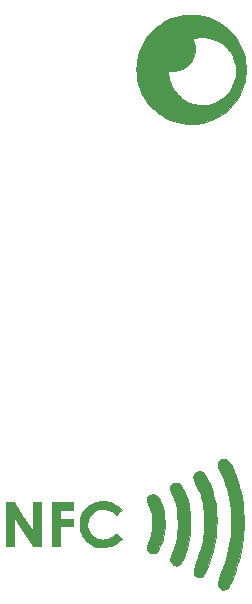
<source format=gto>
G04 #@! TF.FileFunction,Legend,Top*
%FSLAX46Y46*%
G04 Gerber Fmt 4.6, Leading zero omitted, Abs format (unit mm)*
G04 Created by KiCad (PCBNEW 4.0.1-stable) date 2016 January 26, Tuesday 13:40:38*
%MOMM*%
G01*
G04 APERTURE LIST*
%ADD10C,0.100000*%
%ADD11C,0.010000*%
G04 APERTURE END LIST*
D10*
D11*
G36*
X185438978Y-110306429D02*
X185546982Y-110357430D01*
X185633674Y-110427370D01*
X185701323Y-110507719D01*
X185775649Y-110618207D01*
X185855444Y-110756014D01*
X185939500Y-110918321D01*
X186026612Y-111102306D01*
X186115570Y-111305151D01*
X186205168Y-111524034D01*
X186294198Y-111756135D01*
X186381453Y-111998635D01*
X186465725Y-112248714D01*
X186545808Y-112503550D01*
X186597143Y-112677730D01*
X186711897Y-113125945D01*
X186805884Y-113597720D01*
X186879287Y-114094158D01*
X186932286Y-114616360D01*
X186945607Y-114798727D01*
X186951431Y-114911685D01*
X186956040Y-115051900D01*
X186959431Y-115212910D01*
X186961603Y-115388252D01*
X186962554Y-115571465D01*
X186962281Y-115756084D01*
X186960783Y-115935649D01*
X186958058Y-116103696D01*
X186954103Y-116253762D01*
X186948916Y-116379386D01*
X186946127Y-116427018D01*
X186894181Y-117022063D01*
X186818235Y-117595621D01*
X186717886Y-118150532D01*
X186667131Y-118384123D01*
X186617411Y-118590197D01*
X186560498Y-118805912D01*
X186497450Y-119028420D01*
X186429327Y-119254872D01*
X186357188Y-119482419D01*
X186282091Y-119708212D01*
X186205095Y-119929403D01*
X186127259Y-120143143D01*
X186049641Y-120346583D01*
X185973302Y-120536875D01*
X185899299Y-120711170D01*
X185828692Y-120866619D01*
X185762540Y-121000374D01*
X185701900Y-121109585D01*
X185647833Y-121191405D01*
X185605947Y-121239016D01*
X185517522Y-121296858D01*
X185404773Y-121333812D01*
X185270770Y-121348941D01*
X185244723Y-121349274D01*
X185172885Y-121346751D01*
X185119331Y-121336898D01*
X185068642Y-121315948D01*
X185036500Y-121298388D01*
X184951702Y-121235209D01*
X184876339Y-121151922D01*
X184815788Y-121056970D01*
X184775430Y-120958798D01*
X184760641Y-120865852D01*
X184760640Y-120865255D01*
X184766538Y-120813093D01*
X184784583Y-120738404D01*
X184815302Y-120639615D01*
X184859224Y-120515153D01*
X184916876Y-120363447D01*
X184988785Y-120182924D01*
X184993305Y-120171781D01*
X185173320Y-119709075D01*
X185330258Y-119263318D01*
X185465835Y-118828353D01*
X185581766Y-118398026D01*
X185679768Y-117966179D01*
X185761556Y-117526658D01*
X185801008Y-117274249D01*
X185865411Y-116740923D01*
X185904599Y-116198699D01*
X185918671Y-115653008D01*
X185907727Y-115109279D01*
X185871868Y-114572942D01*
X185811193Y-114049427D01*
X185732872Y-113580320D01*
X185645631Y-113177579D01*
X185541543Y-112788147D01*
X185418157Y-112404697D01*
X185273020Y-112019902D01*
X185103680Y-111626435D01*
X185016328Y-111439143D01*
X184938320Y-111272544D01*
X184876235Y-111131870D01*
X184829276Y-111013567D01*
X184796646Y-110914083D01*
X184777548Y-110829864D01*
X184771184Y-110757358D01*
X184776759Y-110693012D01*
X184793475Y-110633272D01*
X184820534Y-110574585D01*
X184821852Y-110572152D01*
X184897388Y-110464018D01*
X184990156Y-110380298D01*
X185095426Y-110321837D01*
X185208472Y-110289476D01*
X185324565Y-110284059D01*
X185438978Y-110306429D01*
X185438978Y-110306429D01*
G37*
X185438978Y-110306429D02*
X185546982Y-110357430D01*
X185633674Y-110427370D01*
X185701323Y-110507719D01*
X185775649Y-110618207D01*
X185855444Y-110756014D01*
X185939500Y-110918321D01*
X186026612Y-111102306D01*
X186115570Y-111305151D01*
X186205168Y-111524034D01*
X186294198Y-111756135D01*
X186381453Y-111998635D01*
X186465725Y-112248714D01*
X186545808Y-112503550D01*
X186597143Y-112677730D01*
X186711897Y-113125945D01*
X186805884Y-113597720D01*
X186879287Y-114094158D01*
X186932286Y-114616360D01*
X186945607Y-114798727D01*
X186951431Y-114911685D01*
X186956040Y-115051900D01*
X186959431Y-115212910D01*
X186961603Y-115388252D01*
X186962554Y-115571465D01*
X186962281Y-115756084D01*
X186960783Y-115935649D01*
X186958058Y-116103696D01*
X186954103Y-116253762D01*
X186948916Y-116379386D01*
X186946127Y-116427018D01*
X186894181Y-117022063D01*
X186818235Y-117595621D01*
X186717886Y-118150532D01*
X186667131Y-118384123D01*
X186617411Y-118590197D01*
X186560498Y-118805912D01*
X186497450Y-119028420D01*
X186429327Y-119254872D01*
X186357188Y-119482419D01*
X186282091Y-119708212D01*
X186205095Y-119929403D01*
X186127259Y-120143143D01*
X186049641Y-120346583D01*
X185973302Y-120536875D01*
X185899299Y-120711170D01*
X185828692Y-120866619D01*
X185762540Y-121000374D01*
X185701900Y-121109585D01*
X185647833Y-121191405D01*
X185605947Y-121239016D01*
X185517522Y-121296858D01*
X185404773Y-121333812D01*
X185270770Y-121348941D01*
X185244723Y-121349274D01*
X185172885Y-121346751D01*
X185119331Y-121336898D01*
X185068642Y-121315948D01*
X185036500Y-121298388D01*
X184951702Y-121235209D01*
X184876339Y-121151922D01*
X184815788Y-121056970D01*
X184775430Y-120958798D01*
X184760641Y-120865852D01*
X184760640Y-120865255D01*
X184766538Y-120813093D01*
X184784583Y-120738404D01*
X184815302Y-120639615D01*
X184859224Y-120515153D01*
X184916876Y-120363447D01*
X184988785Y-120182924D01*
X184993305Y-120171781D01*
X185173320Y-119709075D01*
X185330258Y-119263318D01*
X185465835Y-118828353D01*
X185581766Y-118398026D01*
X185679768Y-117966179D01*
X185761556Y-117526658D01*
X185801008Y-117274249D01*
X185865411Y-116740923D01*
X185904599Y-116198699D01*
X185918671Y-115653008D01*
X185907727Y-115109279D01*
X185871868Y-114572942D01*
X185811193Y-114049427D01*
X185732872Y-113580320D01*
X185645631Y-113177579D01*
X185541543Y-112788147D01*
X185418157Y-112404697D01*
X185273020Y-112019902D01*
X185103680Y-111626435D01*
X185016328Y-111439143D01*
X184938320Y-111272544D01*
X184876235Y-111131870D01*
X184829276Y-111013567D01*
X184796646Y-110914083D01*
X184777548Y-110829864D01*
X184771184Y-110757358D01*
X184776759Y-110693012D01*
X184793475Y-110633272D01*
X184820534Y-110574585D01*
X184821852Y-110572152D01*
X184897388Y-110464018D01*
X184990156Y-110380298D01*
X185095426Y-110321837D01*
X185208472Y-110289476D01*
X185324565Y-110284059D01*
X185438978Y-110306429D01*
G36*
X183327077Y-111348278D02*
X183392304Y-111374675D01*
X183487359Y-111436740D01*
X183585127Y-111529821D01*
X183684545Y-111651256D01*
X183784549Y-111798382D01*
X183884078Y-111968538D01*
X183982069Y-112159061D01*
X184077458Y-112367289D01*
X184169182Y-112590560D01*
X184256181Y-112826212D01*
X184337389Y-113071581D01*
X184411745Y-113324007D01*
X184478186Y-113580827D01*
X184535648Y-113839379D01*
X184583071Y-114096999D01*
X184619389Y-114351028D01*
X184633928Y-114484914D01*
X184647289Y-114653646D01*
X184657923Y-114848290D01*
X184665694Y-115060971D01*
X184670467Y-115283811D01*
X184672105Y-115508933D01*
X184670473Y-115728462D01*
X184665435Y-115934518D01*
X184660850Y-116045764D01*
X184643369Y-116358431D01*
X184622512Y-116641901D01*
X184597740Y-116900744D01*
X184568509Y-117139533D01*
X184534281Y-117362840D01*
X184494512Y-117575237D01*
X184462305Y-117723282D01*
X184391678Y-118014772D01*
X184315908Y-118299114D01*
X184235947Y-118573851D01*
X184152749Y-118836529D01*
X184067266Y-119084693D01*
X183980450Y-119315889D01*
X183893256Y-119527660D01*
X183806635Y-119717553D01*
X183721540Y-119883112D01*
X183638925Y-120021883D01*
X183559741Y-120131410D01*
X183504206Y-120191912D01*
X183433745Y-120244704D01*
X183349143Y-120286620D01*
X183260365Y-120314434D01*
X183177372Y-120324922D01*
X183117011Y-120317249D01*
X183029973Y-120281482D01*
X182939758Y-120230743D01*
X182860828Y-120173706D01*
X182829340Y-120144739D01*
X182781334Y-120088024D01*
X182750242Y-120030184D01*
X182733626Y-119962624D01*
X182729046Y-119876752D01*
X182731727Y-119800634D01*
X182736792Y-119737005D01*
X182745388Y-119674302D01*
X182758822Y-119608160D01*
X182778404Y-119534218D01*
X182805444Y-119448112D01*
X182841251Y-119345481D01*
X182887132Y-119221961D01*
X182944399Y-119073190D01*
X182968655Y-119011074D01*
X183107899Y-118640032D01*
X183227153Y-118287421D01*
X183328333Y-117945812D01*
X183413356Y-117607780D01*
X183484138Y-117265897D01*
X183542597Y-116912737D01*
X183577615Y-116651549D01*
X183587102Y-116570906D01*
X183594888Y-116495868D01*
X183601143Y-116421898D01*
X183606036Y-116344458D01*
X183609734Y-116259011D01*
X183612407Y-116161018D01*
X183614222Y-116045943D01*
X183615349Y-115909248D01*
X183615955Y-115746394D01*
X183616161Y-115613676D01*
X183615711Y-115380249D01*
X183613895Y-115174852D01*
X183610739Y-114998707D01*
X183606270Y-114853036D01*
X183600517Y-114739061D01*
X183595185Y-114673249D01*
X183565699Y-114414094D01*
X183531841Y-114176950D01*
X183491901Y-113955950D01*
X183444168Y-113745228D01*
X183386932Y-113538918D01*
X183318484Y-113331155D01*
X183237113Y-113116072D01*
X183141110Y-112887804D01*
X183028764Y-112640484D01*
X182960827Y-112497210D01*
X182884384Y-112336890D01*
X182822260Y-112203263D01*
X182773505Y-112092772D01*
X182737166Y-112001857D01*
X182712292Y-111926960D01*
X182697929Y-111864521D01*
X182693127Y-111810983D01*
X182696934Y-111762786D01*
X182708396Y-111716371D01*
X182726563Y-111668180D01*
X182734286Y-111650332D01*
X182801401Y-111533525D01*
X182886496Y-111441081D01*
X182985589Y-111374667D01*
X183094704Y-111335951D01*
X183209859Y-111326599D01*
X183327077Y-111348278D01*
X183327077Y-111348278D01*
G37*
X183327077Y-111348278D02*
X183392304Y-111374675D01*
X183487359Y-111436740D01*
X183585127Y-111529821D01*
X183684545Y-111651256D01*
X183784549Y-111798382D01*
X183884078Y-111968538D01*
X183982069Y-112159061D01*
X184077458Y-112367289D01*
X184169182Y-112590560D01*
X184256181Y-112826212D01*
X184337389Y-113071581D01*
X184411745Y-113324007D01*
X184478186Y-113580827D01*
X184535648Y-113839379D01*
X184583071Y-114096999D01*
X184619389Y-114351028D01*
X184633928Y-114484914D01*
X184647289Y-114653646D01*
X184657923Y-114848290D01*
X184665694Y-115060971D01*
X184670467Y-115283811D01*
X184672105Y-115508933D01*
X184670473Y-115728462D01*
X184665435Y-115934518D01*
X184660850Y-116045764D01*
X184643369Y-116358431D01*
X184622512Y-116641901D01*
X184597740Y-116900744D01*
X184568509Y-117139533D01*
X184534281Y-117362840D01*
X184494512Y-117575237D01*
X184462305Y-117723282D01*
X184391678Y-118014772D01*
X184315908Y-118299114D01*
X184235947Y-118573851D01*
X184152749Y-118836529D01*
X184067266Y-119084693D01*
X183980450Y-119315889D01*
X183893256Y-119527660D01*
X183806635Y-119717553D01*
X183721540Y-119883112D01*
X183638925Y-120021883D01*
X183559741Y-120131410D01*
X183504206Y-120191912D01*
X183433745Y-120244704D01*
X183349143Y-120286620D01*
X183260365Y-120314434D01*
X183177372Y-120324922D01*
X183117011Y-120317249D01*
X183029973Y-120281482D01*
X182939758Y-120230743D01*
X182860828Y-120173706D01*
X182829340Y-120144739D01*
X182781334Y-120088024D01*
X182750242Y-120030184D01*
X182733626Y-119962624D01*
X182729046Y-119876752D01*
X182731727Y-119800634D01*
X182736792Y-119737005D01*
X182745388Y-119674302D01*
X182758822Y-119608160D01*
X182778404Y-119534218D01*
X182805444Y-119448112D01*
X182841251Y-119345481D01*
X182887132Y-119221961D01*
X182944399Y-119073190D01*
X182968655Y-119011074D01*
X183107899Y-118640032D01*
X183227153Y-118287421D01*
X183328333Y-117945812D01*
X183413356Y-117607780D01*
X183484138Y-117265897D01*
X183542597Y-116912737D01*
X183577615Y-116651549D01*
X183587102Y-116570906D01*
X183594888Y-116495868D01*
X183601143Y-116421898D01*
X183606036Y-116344458D01*
X183609734Y-116259011D01*
X183612407Y-116161018D01*
X183614222Y-116045943D01*
X183615349Y-115909248D01*
X183615955Y-115746394D01*
X183616161Y-115613676D01*
X183615711Y-115380249D01*
X183613895Y-115174852D01*
X183610739Y-114998707D01*
X183606270Y-114853036D01*
X183600517Y-114739061D01*
X183595185Y-114673249D01*
X183565699Y-114414094D01*
X183531841Y-114176950D01*
X183491901Y-113955950D01*
X183444168Y-113745228D01*
X183386932Y-113538918D01*
X183318484Y-113331155D01*
X183237113Y-113116072D01*
X183141110Y-112887804D01*
X183028764Y-112640484D01*
X182960827Y-112497210D01*
X182884384Y-112336890D01*
X182822260Y-112203263D01*
X182773505Y-112092772D01*
X182737166Y-112001857D01*
X182712292Y-111926960D01*
X182697929Y-111864521D01*
X182693127Y-111810983D01*
X182696934Y-111762786D01*
X182708396Y-111716371D01*
X182726563Y-111668180D01*
X182734286Y-111650332D01*
X182801401Y-111533525D01*
X182886496Y-111441081D01*
X182985589Y-111374667D01*
X183094704Y-111335951D01*
X183209859Y-111326599D01*
X183327077Y-111348278D01*
G36*
X181337899Y-112311149D02*
X181448294Y-112364835D01*
X181558246Y-112450041D01*
X181666938Y-112566334D01*
X181773554Y-112713276D01*
X181877276Y-112890435D01*
X181909689Y-112953369D01*
X182029351Y-113220140D01*
X182136355Y-113515097D01*
X182229827Y-113834650D01*
X182308891Y-114175212D01*
X182372672Y-114533192D01*
X182420296Y-114905002D01*
X182440563Y-115130754D01*
X182447131Y-115248553D01*
X182451342Y-115391819D01*
X182453307Y-115553858D01*
X182453141Y-115727974D01*
X182450954Y-115907475D01*
X182446861Y-116085666D01*
X182440973Y-116255854D01*
X182433403Y-116411344D01*
X182424264Y-116545442D01*
X182415203Y-116638826D01*
X182350852Y-117090201D01*
X182266898Y-117515180D01*
X182162983Y-117915259D01*
X182038747Y-118291939D01*
X181987238Y-118426484D01*
X181932514Y-118561416D01*
X181885088Y-118671639D01*
X181841306Y-118764518D01*
X181797516Y-118847416D01*
X181750067Y-118927696D01*
X181699992Y-119005648D01*
X181621662Y-119112357D01*
X181539877Y-119202549D01*
X181459915Y-119270988D01*
X181393439Y-119309839D01*
X181310957Y-119330109D01*
X181216398Y-119330601D01*
X181124709Y-119311987D01*
X181085104Y-119295969D01*
X181019189Y-119254338D01*
X180946854Y-119194464D01*
X180876938Y-119125135D01*
X180818283Y-119055140D01*
X180779727Y-118993268D01*
X180778955Y-118991589D01*
X180752098Y-118897452D01*
X180746688Y-118787302D01*
X180762931Y-118671530D01*
X180771942Y-118637643D01*
X180787445Y-118592512D01*
X180813842Y-118523265D01*
X180848379Y-118436805D01*
X180888305Y-118340036D01*
X180926895Y-118249077D01*
X181008601Y-118054613D01*
X181080131Y-117873205D01*
X181142092Y-117701097D01*
X181195089Y-117534535D01*
X181239729Y-117369761D01*
X181276617Y-117203022D01*
X181306361Y-117030560D01*
X181329566Y-116848622D01*
X181346837Y-116653451D01*
X181358782Y-116441291D01*
X181366006Y-116208388D01*
X181369116Y-115950985D01*
X181368718Y-115665328D01*
X181367480Y-115519173D01*
X181364084Y-115268560D01*
X181358847Y-115047653D01*
X181350957Y-114852281D01*
X181339606Y-114678277D01*
X181323982Y-114521471D01*
X181303276Y-114377695D01*
X181276677Y-114242779D01*
X181243375Y-114112556D01*
X181202559Y-113982856D01*
X181153420Y-113849511D01*
X181095148Y-113708352D01*
X181026931Y-113555209D01*
X180956289Y-113403530D01*
X180896231Y-113275300D01*
X180849482Y-113172188D01*
X180814254Y-113088971D01*
X180788759Y-113020428D01*
X180771207Y-112961335D01*
X180759812Y-112906470D01*
X180752784Y-112850611D01*
X180748868Y-112797774D01*
X180749286Y-112693264D01*
X180767110Y-112607741D01*
X180806325Y-112531767D01*
X180870913Y-112455905D01*
X180908215Y-112420297D01*
X181012218Y-112343556D01*
X181119044Y-112300075D01*
X181227877Y-112289417D01*
X181337899Y-112311149D01*
X181337899Y-112311149D01*
G37*
X181337899Y-112311149D02*
X181448294Y-112364835D01*
X181558246Y-112450041D01*
X181666938Y-112566334D01*
X181773554Y-112713276D01*
X181877276Y-112890435D01*
X181909689Y-112953369D01*
X182029351Y-113220140D01*
X182136355Y-113515097D01*
X182229827Y-113834650D01*
X182308891Y-114175212D01*
X182372672Y-114533192D01*
X182420296Y-114905002D01*
X182440563Y-115130754D01*
X182447131Y-115248553D01*
X182451342Y-115391819D01*
X182453307Y-115553858D01*
X182453141Y-115727974D01*
X182450954Y-115907475D01*
X182446861Y-116085666D01*
X182440973Y-116255854D01*
X182433403Y-116411344D01*
X182424264Y-116545442D01*
X182415203Y-116638826D01*
X182350852Y-117090201D01*
X182266898Y-117515180D01*
X182162983Y-117915259D01*
X182038747Y-118291939D01*
X181987238Y-118426484D01*
X181932514Y-118561416D01*
X181885088Y-118671639D01*
X181841306Y-118764518D01*
X181797516Y-118847416D01*
X181750067Y-118927696D01*
X181699992Y-119005648D01*
X181621662Y-119112357D01*
X181539877Y-119202549D01*
X181459915Y-119270988D01*
X181393439Y-119309839D01*
X181310957Y-119330109D01*
X181216398Y-119330601D01*
X181124709Y-119311987D01*
X181085104Y-119295969D01*
X181019189Y-119254338D01*
X180946854Y-119194464D01*
X180876938Y-119125135D01*
X180818283Y-119055140D01*
X180779727Y-118993268D01*
X180778955Y-118991589D01*
X180752098Y-118897452D01*
X180746688Y-118787302D01*
X180762931Y-118671530D01*
X180771942Y-118637643D01*
X180787445Y-118592512D01*
X180813842Y-118523265D01*
X180848379Y-118436805D01*
X180888305Y-118340036D01*
X180926895Y-118249077D01*
X181008601Y-118054613D01*
X181080131Y-117873205D01*
X181142092Y-117701097D01*
X181195089Y-117534535D01*
X181239729Y-117369761D01*
X181276617Y-117203022D01*
X181306361Y-117030560D01*
X181329566Y-116848622D01*
X181346837Y-116653451D01*
X181358782Y-116441291D01*
X181366006Y-116208388D01*
X181369116Y-115950985D01*
X181368718Y-115665328D01*
X181367480Y-115519173D01*
X181364084Y-115268560D01*
X181358847Y-115047653D01*
X181350957Y-114852281D01*
X181339606Y-114678277D01*
X181323982Y-114521471D01*
X181303276Y-114377695D01*
X181276677Y-114242779D01*
X181243375Y-114112556D01*
X181202559Y-113982856D01*
X181153420Y-113849511D01*
X181095148Y-113708352D01*
X181026931Y-113555209D01*
X180956289Y-113403530D01*
X180896231Y-113275300D01*
X180849482Y-113172188D01*
X180814254Y-113088971D01*
X180788759Y-113020428D01*
X180771207Y-112961335D01*
X180759812Y-112906470D01*
X180752784Y-112850611D01*
X180748868Y-112797774D01*
X180749286Y-112693264D01*
X180767110Y-112607741D01*
X180806325Y-112531767D01*
X180870913Y-112455905D01*
X180908215Y-112420297D01*
X181012218Y-112343556D01*
X181119044Y-112300075D01*
X181227877Y-112289417D01*
X181337899Y-112311149D01*
G36*
X179332209Y-113291194D02*
X179449294Y-113320441D01*
X179559182Y-113376487D01*
X179656713Y-113459773D01*
X179657076Y-113460165D01*
X179771377Y-113605004D01*
X179875952Y-113779318D01*
X179970147Y-113979931D01*
X180053310Y-114203667D01*
X180124786Y-114447350D01*
X180183925Y-114707802D01*
X180230071Y-114981848D01*
X180262572Y-115266310D01*
X180280775Y-115558014D01*
X180284027Y-115853781D01*
X180271675Y-116150436D01*
X180253142Y-116359239D01*
X180217015Y-116611538D01*
X180163956Y-116870171D01*
X180096133Y-117128251D01*
X180015716Y-117378892D01*
X179924871Y-117615208D01*
X179825768Y-117830313D01*
X179741967Y-117982547D01*
X179688986Y-118068022D01*
X179645713Y-118129668D01*
X179606288Y-118173757D01*
X179564850Y-118206559D01*
X179515536Y-118234346D01*
X179499333Y-118242170D01*
X179439844Y-118265576D01*
X179378749Y-118277589D01*
X179301228Y-118280914D01*
X179287525Y-118280833D01*
X179219076Y-118278490D01*
X179158956Y-118273546D01*
X179119558Y-118267041D01*
X179118078Y-118266609D01*
X179021173Y-118224667D01*
X178929932Y-118162803D01*
X178852269Y-118088032D01*
X178796099Y-118007366D01*
X178777923Y-117965154D01*
X178763279Y-117898176D01*
X178761671Y-117821566D01*
X178773905Y-117731870D01*
X178800784Y-117625635D01*
X178843115Y-117499409D01*
X178901701Y-117349740D01*
X178945526Y-117246006D01*
X179031887Y-117031637D01*
X179101090Y-116825793D01*
X179154475Y-116621459D01*
X179193379Y-116411615D01*
X179219140Y-116189244D01*
X179233096Y-115947328D01*
X179236677Y-115718912D01*
X179230109Y-115438369D01*
X179209522Y-115183321D01*
X179173626Y-114947855D01*
X179121136Y-114726060D01*
X179050764Y-114512024D01*
X178961223Y-114299836D01*
X178901027Y-114177281D01*
X178833867Y-114038379D01*
X178787615Y-113920848D01*
X178761662Y-113819875D01*
X178755401Y-113730646D01*
X178768224Y-113648349D01*
X178799522Y-113568171D01*
X178819440Y-113531554D01*
X178895106Y-113433402D01*
X178989375Y-113359850D01*
X179097089Y-113311338D01*
X179213087Y-113288306D01*
X179332209Y-113291194D01*
X179332209Y-113291194D01*
G37*
X179332209Y-113291194D02*
X179449294Y-113320441D01*
X179559182Y-113376487D01*
X179656713Y-113459773D01*
X179657076Y-113460165D01*
X179771377Y-113605004D01*
X179875952Y-113779318D01*
X179970147Y-113979931D01*
X180053310Y-114203667D01*
X180124786Y-114447350D01*
X180183925Y-114707802D01*
X180230071Y-114981848D01*
X180262572Y-115266310D01*
X180280775Y-115558014D01*
X180284027Y-115853781D01*
X180271675Y-116150436D01*
X180253142Y-116359239D01*
X180217015Y-116611538D01*
X180163956Y-116870171D01*
X180096133Y-117128251D01*
X180015716Y-117378892D01*
X179924871Y-117615208D01*
X179825768Y-117830313D01*
X179741967Y-117982547D01*
X179688986Y-118068022D01*
X179645713Y-118129668D01*
X179606288Y-118173757D01*
X179564850Y-118206559D01*
X179515536Y-118234346D01*
X179499333Y-118242170D01*
X179439844Y-118265576D01*
X179378749Y-118277589D01*
X179301228Y-118280914D01*
X179287525Y-118280833D01*
X179219076Y-118278490D01*
X179158956Y-118273546D01*
X179119558Y-118267041D01*
X179118078Y-118266609D01*
X179021173Y-118224667D01*
X178929932Y-118162803D01*
X178852269Y-118088032D01*
X178796099Y-118007366D01*
X178777923Y-117965154D01*
X178763279Y-117898176D01*
X178761671Y-117821566D01*
X178773905Y-117731870D01*
X178800784Y-117625635D01*
X178843115Y-117499409D01*
X178901701Y-117349740D01*
X178945526Y-117246006D01*
X179031887Y-117031637D01*
X179101090Y-116825793D01*
X179154475Y-116621459D01*
X179193379Y-116411615D01*
X179219140Y-116189244D01*
X179233096Y-115947328D01*
X179236677Y-115718912D01*
X179230109Y-115438369D01*
X179209522Y-115183321D01*
X179173626Y-114947855D01*
X179121136Y-114726060D01*
X179050764Y-114512024D01*
X178961223Y-114299836D01*
X178901027Y-114177281D01*
X178833867Y-114038379D01*
X178787615Y-113920848D01*
X178761662Y-113819875D01*
X178755401Y-113730646D01*
X178768224Y-113648349D01*
X178799522Y-113568171D01*
X178819440Y-113531554D01*
X178895106Y-113433402D01*
X178989375Y-113359850D01*
X179097089Y-113311338D01*
X179213087Y-113288306D01*
X179332209Y-113291194D01*
G36*
X175159988Y-113881666D02*
X175295243Y-113886131D01*
X175404539Y-113892648D01*
X175495801Y-113903096D01*
X175576959Y-113919358D01*
X175655942Y-113943313D01*
X175740676Y-113976842D01*
X175839090Y-114021827D01*
X175924016Y-114062926D01*
X176100082Y-114153354D01*
X176247636Y-114238799D01*
X176371117Y-114322188D01*
X176474967Y-114406445D01*
X176538838Y-114468006D01*
X176645321Y-114578421D01*
X176428942Y-114795281D01*
X176359310Y-114864572D01*
X176297937Y-114924701D01*
X176248785Y-114971865D01*
X176215814Y-115002259D01*
X176203149Y-115012141D01*
X176186765Y-115002615D01*
X176148634Y-114976559D01*
X176094138Y-114937753D01*
X176028659Y-114889978D01*
X176016260Y-114880820D01*
X175894511Y-114793985D01*
X175787777Y-114725954D01*
X175686927Y-114671758D01*
X175582827Y-114626426D01*
X175482607Y-114590362D01*
X175269319Y-114535367D01*
X175059203Y-114513132D01*
X174854258Y-114523270D01*
X174656484Y-114565396D01*
X174467883Y-114639126D01*
X174290453Y-114744073D01*
X174164602Y-114844212D01*
X174015966Y-114998352D01*
X173897173Y-115167506D01*
X173808917Y-115350140D01*
X173751890Y-115544719D01*
X173726785Y-115749708D01*
X173725604Y-115817011D01*
X173743388Y-116026169D01*
X173792416Y-116225513D01*
X173870783Y-116412270D01*
X173976581Y-116583665D01*
X174107906Y-116736922D01*
X174262850Y-116869268D01*
X174439508Y-116977927D01*
X174560818Y-117032862D01*
X174682739Y-117074680D01*
X174803562Y-117101444D01*
X174935228Y-117115197D01*
X175059840Y-117118198D01*
X175221062Y-117110002D01*
X175372781Y-117084817D01*
X175520346Y-117040544D01*
X175669102Y-116975089D01*
X175824396Y-116886353D01*
X175991575Y-116772240D01*
X176047079Y-116731061D01*
X176107177Y-116686418D01*
X176157135Y-116650597D01*
X176190927Y-116627837D01*
X176202194Y-116621881D01*
X176216906Y-116633306D01*
X176251447Y-116665043D01*
X176301841Y-116713290D01*
X176364110Y-116774240D01*
X176429223Y-116839023D01*
X176645883Y-117056165D01*
X176522174Y-117183666D01*
X176355326Y-117332220D01*
X176163284Y-117459682D01*
X175945267Y-117566501D01*
X175701196Y-117652914D01*
X175511519Y-117701005D01*
X175311638Y-117736844D01*
X175110834Y-117759476D01*
X174918392Y-117767945D01*
X174743595Y-117761298D01*
X174696515Y-117756279D01*
X174470509Y-117711520D01*
X174250381Y-117636119D01*
X174039524Y-117532859D01*
X173841329Y-117404523D01*
X173659188Y-117253896D01*
X173496493Y-117083759D01*
X173356637Y-116896896D01*
X173243011Y-116696092D01*
X173163555Y-116498360D01*
X173122409Y-116339805D01*
X173093018Y-116159033D01*
X173075842Y-115965777D01*
X173071341Y-115769771D01*
X173079974Y-115580748D01*
X173102201Y-115408443D01*
X173110179Y-115367978D01*
X173177479Y-115123552D01*
X173270770Y-114900044D01*
X173390667Y-114696693D01*
X173537783Y-114512734D01*
X173712734Y-114347408D01*
X173916132Y-114199951D01*
X174148593Y-114069601D01*
X174161774Y-114063136D01*
X174287862Y-114004860D01*
X174403542Y-113959309D01*
X174515553Y-113925259D01*
X174630629Y-113901486D01*
X174755507Y-113886764D01*
X174896921Y-113879870D01*
X175061610Y-113879579D01*
X175159988Y-113881666D01*
X175159988Y-113881666D01*
G37*
X175159988Y-113881666D02*
X175295243Y-113886131D01*
X175404539Y-113892648D01*
X175495801Y-113903096D01*
X175576959Y-113919358D01*
X175655942Y-113943313D01*
X175740676Y-113976842D01*
X175839090Y-114021827D01*
X175924016Y-114062926D01*
X176100082Y-114153354D01*
X176247636Y-114238799D01*
X176371117Y-114322188D01*
X176474967Y-114406445D01*
X176538838Y-114468006D01*
X176645321Y-114578421D01*
X176428942Y-114795281D01*
X176359310Y-114864572D01*
X176297937Y-114924701D01*
X176248785Y-114971865D01*
X176215814Y-115002259D01*
X176203149Y-115012141D01*
X176186765Y-115002615D01*
X176148634Y-114976559D01*
X176094138Y-114937753D01*
X176028659Y-114889978D01*
X176016260Y-114880820D01*
X175894511Y-114793985D01*
X175787777Y-114725954D01*
X175686927Y-114671758D01*
X175582827Y-114626426D01*
X175482607Y-114590362D01*
X175269319Y-114535367D01*
X175059203Y-114513132D01*
X174854258Y-114523270D01*
X174656484Y-114565396D01*
X174467883Y-114639126D01*
X174290453Y-114744073D01*
X174164602Y-114844212D01*
X174015966Y-114998352D01*
X173897173Y-115167506D01*
X173808917Y-115350140D01*
X173751890Y-115544719D01*
X173726785Y-115749708D01*
X173725604Y-115817011D01*
X173743388Y-116026169D01*
X173792416Y-116225513D01*
X173870783Y-116412270D01*
X173976581Y-116583665D01*
X174107906Y-116736922D01*
X174262850Y-116869268D01*
X174439508Y-116977927D01*
X174560818Y-117032862D01*
X174682739Y-117074680D01*
X174803562Y-117101444D01*
X174935228Y-117115197D01*
X175059840Y-117118198D01*
X175221062Y-117110002D01*
X175372781Y-117084817D01*
X175520346Y-117040544D01*
X175669102Y-116975089D01*
X175824396Y-116886353D01*
X175991575Y-116772240D01*
X176047079Y-116731061D01*
X176107177Y-116686418D01*
X176157135Y-116650597D01*
X176190927Y-116627837D01*
X176202194Y-116621881D01*
X176216906Y-116633306D01*
X176251447Y-116665043D01*
X176301841Y-116713290D01*
X176364110Y-116774240D01*
X176429223Y-116839023D01*
X176645883Y-117056165D01*
X176522174Y-117183666D01*
X176355326Y-117332220D01*
X176163284Y-117459682D01*
X175945267Y-117566501D01*
X175701196Y-117652914D01*
X175511519Y-117701005D01*
X175311638Y-117736844D01*
X175110834Y-117759476D01*
X174918392Y-117767945D01*
X174743595Y-117761298D01*
X174696515Y-117756279D01*
X174470509Y-117711520D01*
X174250381Y-117636119D01*
X174039524Y-117532859D01*
X173841329Y-117404523D01*
X173659188Y-117253896D01*
X173496493Y-117083759D01*
X173356637Y-116896896D01*
X173243011Y-116696092D01*
X173163555Y-116498360D01*
X173122409Y-116339805D01*
X173093018Y-116159033D01*
X173075842Y-115965777D01*
X173071341Y-115769771D01*
X173079974Y-115580748D01*
X173102201Y-115408443D01*
X173110179Y-115367978D01*
X173177479Y-115123552D01*
X173270770Y-114900044D01*
X173390667Y-114696693D01*
X173537783Y-114512734D01*
X173712734Y-114347408D01*
X173916132Y-114199951D01*
X174148593Y-114069601D01*
X174161774Y-114063136D01*
X174287862Y-114004860D01*
X174403542Y-113959309D01*
X174515553Y-113925259D01*
X174630629Y-113901486D01*
X174755507Y-113886764D01*
X174896921Y-113879870D01*
X175061610Y-113879579D01*
X175159988Y-113881666D01*
G36*
X169815477Y-117676803D02*
X169607905Y-117665752D01*
X169509296Y-117660251D01*
X169405901Y-117654068D01*
X169311807Y-117648064D01*
X169256304Y-117644234D01*
X169112275Y-117633766D01*
X167553369Y-115241526D01*
X167540517Y-115978301D01*
X167537348Y-116157097D01*
X167533918Y-116345652D01*
X167530362Y-116536797D01*
X167526818Y-116723363D01*
X167523420Y-116898180D01*
X167520306Y-117054078D01*
X167517612Y-117183889D01*
X167517401Y-117193762D01*
X167507138Y-117672448D01*
X166850167Y-117672448D01*
X166850167Y-113961574D01*
X167167878Y-113961760D01*
X167485590Y-113961946D01*
X168290460Y-115185311D01*
X169095330Y-116408677D01*
X169106058Y-116299235D01*
X169109484Y-116247996D01*
X169112665Y-116170188D01*
X169115399Y-116073132D01*
X169117480Y-115964150D01*
X169118708Y-115850562D01*
X169118766Y-115840974D01*
X169119462Y-115747245D01*
X169120622Y-115625399D01*
X169122176Y-115481201D01*
X169124057Y-115320419D01*
X169126196Y-115148819D01*
X169128525Y-114972170D01*
X169130976Y-114796236D01*
X169131982Y-114726864D01*
X169143216Y-113961574D01*
X169815477Y-113961574D01*
X169815477Y-117676803D01*
X169815477Y-117676803D01*
G37*
X169815477Y-117676803D02*
X169607905Y-117665752D01*
X169509296Y-117660251D01*
X169405901Y-117654068D01*
X169311807Y-117648064D01*
X169256304Y-117644234D01*
X169112275Y-117633766D01*
X167553369Y-115241526D01*
X167540517Y-115978301D01*
X167537348Y-116157097D01*
X167533918Y-116345652D01*
X167530362Y-116536797D01*
X167526818Y-116723363D01*
X167523420Y-116898180D01*
X167520306Y-117054078D01*
X167517612Y-117183889D01*
X167517401Y-117193762D01*
X167507138Y-117672448D01*
X166850167Y-117672448D01*
X166850167Y-113961574D01*
X167167878Y-113961760D01*
X167485590Y-113961946D01*
X168290460Y-115185311D01*
X169095330Y-116408677D01*
X169106058Y-116299235D01*
X169109484Y-116247996D01*
X169112665Y-116170188D01*
X169115399Y-116073132D01*
X169117480Y-115964150D01*
X169118708Y-115850562D01*
X169118766Y-115840974D01*
X169119462Y-115747245D01*
X169120622Y-115625399D01*
X169122176Y-115481201D01*
X169124057Y-115320419D01*
X169126196Y-115148819D01*
X169128525Y-114972170D01*
X169130976Y-114796236D01*
X169131982Y-114726864D01*
X169143216Y-113961574D01*
X169815477Y-113961574D01*
X169815477Y-117676803D01*
G36*
X172526617Y-114571581D02*
X171425217Y-114571581D01*
X171425217Y-115334089D01*
X172526617Y-115334089D01*
X172526617Y-115994930D01*
X171425217Y-115994930D01*
X171425217Y-117672448D01*
X170747431Y-117672448D01*
X170747431Y-113961574D01*
X172526617Y-113961574D01*
X172526617Y-114571581D01*
X172526617Y-114571581D01*
G37*
X172526617Y-114571581D02*
X171425217Y-114571581D01*
X171425217Y-115334089D01*
X172526617Y-115334089D01*
X172526617Y-115994930D01*
X171425217Y-115994930D01*
X171425217Y-117672448D01*
X170747431Y-117672448D01*
X170747431Y-113961574D01*
X172526617Y-113961574D01*
X172526617Y-114571581D01*
G36*
X182698062Y-72677575D02*
X182870936Y-72684057D01*
X183025315Y-72695335D01*
X183125483Y-72707214D01*
X183526667Y-72782214D01*
X183913530Y-72887502D01*
X184285042Y-73022391D01*
X184640176Y-73186198D01*
X184977904Y-73378236D01*
X185297196Y-73597820D01*
X185597024Y-73844267D01*
X185876360Y-74116889D01*
X186134175Y-74415002D01*
X186369442Y-74737921D01*
X186510829Y-74962555D01*
X186690399Y-75298198D01*
X186840315Y-75647942D01*
X186960375Y-76009173D01*
X187050377Y-76379273D01*
X187110122Y-76755628D01*
X187139407Y-77135620D01*
X187138032Y-77516634D01*
X187105796Y-77896054D01*
X187042497Y-78271264D01*
X186947935Y-78639649D01*
X186821909Y-78998591D01*
X186821198Y-79000360D01*
X186656284Y-79366426D01*
X186463928Y-79713107D01*
X186245076Y-80039381D01*
X186000676Y-80344226D01*
X185731673Y-80626620D01*
X185439014Y-80885540D01*
X185123646Y-81119966D01*
X184786516Y-81328874D01*
X184548832Y-81454108D01*
X184183982Y-81615180D01*
X183811682Y-81743226D01*
X183432456Y-81838143D01*
X183046825Y-81899830D01*
X182655312Y-81928184D01*
X182258440Y-81923104D01*
X182174234Y-81917763D01*
X181787271Y-81873260D01*
X181409623Y-81797067D01*
X181042818Y-81690473D01*
X180688384Y-81554770D01*
X180347849Y-81391250D01*
X180022740Y-81201203D01*
X179714586Y-80985920D01*
X179424914Y-80746693D01*
X179155253Y-80484813D01*
X178907130Y-80201571D01*
X178682072Y-79898258D01*
X178481609Y-79576166D01*
X178307267Y-79236585D01*
X178160574Y-78880806D01*
X178043059Y-78510121D01*
X178015452Y-78403269D01*
X177975081Y-78228586D01*
X177943964Y-78067711D01*
X177921115Y-77911845D01*
X177905548Y-77752191D01*
X177896278Y-77579953D01*
X177895086Y-77521645D01*
X180575547Y-77521645D01*
X180578346Y-77605023D01*
X180587289Y-77704493D01*
X180601859Y-77815858D01*
X180621536Y-77934923D01*
X180645802Y-78057491D01*
X180674139Y-78179366D01*
X180706028Y-78296350D01*
X180727060Y-78363691D01*
X180776696Y-78495910D01*
X180842217Y-78643769D01*
X180918181Y-78796569D01*
X180999148Y-78943613D01*
X181079680Y-79074200D01*
X181113235Y-79123212D01*
X181200457Y-79235425D01*
X181308271Y-79358075D01*
X181428774Y-79483257D01*
X181554062Y-79603066D01*
X181676231Y-79709595D01*
X181778589Y-79788729D01*
X181981073Y-79918244D01*
X182204805Y-80035064D01*
X182440642Y-80135410D01*
X182679441Y-80215505D01*
X182912057Y-80271572D01*
X182972982Y-80282158D01*
X183049701Y-80294381D01*
X183117811Y-80305397D01*
X183167719Y-80313647D01*
X183184790Y-80316593D01*
X183230208Y-80320552D01*
X183302129Y-80321899D01*
X183393295Y-80320937D01*
X183496443Y-80317968D01*
X183604315Y-80313296D01*
X183709650Y-80307224D01*
X183805188Y-80300053D01*
X183883669Y-80292087D01*
X183927877Y-80285607D01*
X184233400Y-80215061D01*
X184518878Y-80118493D01*
X184787603Y-79994449D01*
X185042871Y-79841480D01*
X185209939Y-79720591D01*
X185342239Y-79609293D01*
X185480460Y-79477608D01*
X185615083Y-79335321D01*
X185736590Y-79192213D01*
X185784421Y-79130195D01*
X185897053Y-78960969D01*
X186003565Y-78766686D01*
X186100179Y-78556098D01*
X186183120Y-78337957D01*
X186248608Y-78121014D01*
X186281045Y-77979653D01*
X186295505Y-77879987D01*
X186305661Y-77755196D01*
X186311577Y-77613157D01*
X186313319Y-77461743D01*
X186310954Y-77308830D01*
X186304545Y-77162293D01*
X186294160Y-77030007D01*
X186279863Y-76919847D01*
X186271876Y-76878252D01*
X186189689Y-76575080D01*
X186080345Y-76290259D01*
X185941879Y-76019472D01*
X185772325Y-75758399D01*
X185745422Y-75721605D01*
X185550985Y-75487500D01*
X185332935Y-75276918D01*
X185093143Y-75091042D01*
X184833479Y-74931055D01*
X184555814Y-74798142D01*
X184262019Y-74693484D01*
X184023549Y-74632375D01*
X183920884Y-74615201D01*
X183793749Y-74601385D01*
X183651431Y-74591279D01*
X183503217Y-74585237D01*
X183358392Y-74583612D01*
X183226242Y-74586757D01*
X183116055Y-74595026D01*
X183098434Y-74597196D01*
X183008911Y-74610637D01*
X182916627Y-74627092D01*
X182827632Y-74645171D01*
X182747982Y-74663483D01*
X182683728Y-74680639D01*
X182640923Y-74695247D01*
X182625617Y-74705803D01*
X182631573Y-74727806D01*
X182647544Y-74773262D01*
X182670684Y-74834270D01*
X182684457Y-74869149D01*
X182762837Y-75108838D01*
X182809334Y-75354349D01*
X182823721Y-75602018D01*
X182805769Y-75848180D01*
X182759622Y-76073382D01*
X182725184Y-76176809D01*
X182675370Y-76296334D01*
X182615492Y-76421214D01*
X182550863Y-76540704D01*
X182486794Y-76644060D01*
X182456474Y-76686534D01*
X182318628Y-76846413D01*
X182158605Y-76995194D01*
X181983866Y-77127166D01*
X181801872Y-77236620D01*
X181642832Y-77309318D01*
X181475427Y-77365208D01*
X181308252Y-77402168D01*
X181131554Y-77421705D01*
X180935577Y-77425323D01*
X180897265Y-77424393D01*
X180804768Y-77421264D01*
X180723140Y-77417835D01*
X180658909Y-77414432D01*
X180618599Y-77411380D01*
X180609206Y-77410027D01*
X180590459Y-77419951D01*
X180579412Y-77458556D01*
X180575547Y-77521645D01*
X177895086Y-77521645D01*
X177892317Y-77386333D01*
X177891999Y-77301868D01*
X177892520Y-77155099D01*
X177894345Y-77035151D01*
X177897865Y-76934966D01*
X177903474Y-76847489D01*
X177911564Y-76765662D01*
X177922526Y-76682430D01*
X177928751Y-76641027D01*
X178005875Y-76242199D01*
X178110996Y-75862176D01*
X178244633Y-75499930D01*
X178407305Y-75154432D01*
X178599528Y-74824654D01*
X178821822Y-74509568D01*
X179074705Y-74208145D01*
X179244181Y-74030572D01*
X179537952Y-73758641D01*
X179844823Y-73517618D01*
X180165787Y-73307004D01*
X180501837Y-73126298D01*
X180853967Y-72975000D01*
X181223169Y-72852609D01*
X181610436Y-72758624D01*
X181854636Y-72715234D01*
X181992109Y-72698540D01*
X182153714Y-72686373D01*
X182330925Y-72678787D01*
X182515216Y-72675837D01*
X182698062Y-72677575D01*
X182698062Y-72677575D01*
G37*
X182698062Y-72677575D02*
X182870936Y-72684057D01*
X183025315Y-72695335D01*
X183125483Y-72707214D01*
X183526667Y-72782214D01*
X183913530Y-72887502D01*
X184285042Y-73022391D01*
X184640176Y-73186198D01*
X184977904Y-73378236D01*
X185297196Y-73597820D01*
X185597024Y-73844267D01*
X185876360Y-74116889D01*
X186134175Y-74415002D01*
X186369442Y-74737921D01*
X186510829Y-74962555D01*
X186690399Y-75298198D01*
X186840315Y-75647942D01*
X186960375Y-76009173D01*
X187050377Y-76379273D01*
X187110122Y-76755628D01*
X187139407Y-77135620D01*
X187138032Y-77516634D01*
X187105796Y-77896054D01*
X187042497Y-78271264D01*
X186947935Y-78639649D01*
X186821909Y-78998591D01*
X186821198Y-79000360D01*
X186656284Y-79366426D01*
X186463928Y-79713107D01*
X186245076Y-80039381D01*
X186000676Y-80344226D01*
X185731673Y-80626620D01*
X185439014Y-80885540D01*
X185123646Y-81119966D01*
X184786516Y-81328874D01*
X184548832Y-81454108D01*
X184183982Y-81615180D01*
X183811682Y-81743226D01*
X183432456Y-81838143D01*
X183046825Y-81899830D01*
X182655312Y-81928184D01*
X182258440Y-81923104D01*
X182174234Y-81917763D01*
X181787271Y-81873260D01*
X181409623Y-81797067D01*
X181042818Y-81690473D01*
X180688384Y-81554770D01*
X180347849Y-81391250D01*
X180022740Y-81201203D01*
X179714586Y-80985920D01*
X179424914Y-80746693D01*
X179155253Y-80484813D01*
X178907130Y-80201571D01*
X178682072Y-79898258D01*
X178481609Y-79576166D01*
X178307267Y-79236585D01*
X178160574Y-78880806D01*
X178043059Y-78510121D01*
X178015452Y-78403269D01*
X177975081Y-78228586D01*
X177943964Y-78067711D01*
X177921115Y-77911845D01*
X177905548Y-77752191D01*
X177896278Y-77579953D01*
X177895086Y-77521645D01*
X180575547Y-77521645D01*
X180578346Y-77605023D01*
X180587289Y-77704493D01*
X180601859Y-77815858D01*
X180621536Y-77934923D01*
X180645802Y-78057491D01*
X180674139Y-78179366D01*
X180706028Y-78296350D01*
X180727060Y-78363691D01*
X180776696Y-78495910D01*
X180842217Y-78643769D01*
X180918181Y-78796569D01*
X180999148Y-78943613D01*
X181079680Y-79074200D01*
X181113235Y-79123212D01*
X181200457Y-79235425D01*
X181308271Y-79358075D01*
X181428774Y-79483257D01*
X181554062Y-79603066D01*
X181676231Y-79709595D01*
X181778589Y-79788729D01*
X181981073Y-79918244D01*
X182204805Y-80035064D01*
X182440642Y-80135410D01*
X182679441Y-80215505D01*
X182912057Y-80271572D01*
X182972982Y-80282158D01*
X183049701Y-80294381D01*
X183117811Y-80305397D01*
X183167719Y-80313647D01*
X183184790Y-80316593D01*
X183230208Y-80320552D01*
X183302129Y-80321899D01*
X183393295Y-80320937D01*
X183496443Y-80317968D01*
X183604315Y-80313296D01*
X183709650Y-80307224D01*
X183805188Y-80300053D01*
X183883669Y-80292087D01*
X183927877Y-80285607D01*
X184233400Y-80215061D01*
X184518878Y-80118493D01*
X184787603Y-79994449D01*
X185042871Y-79841480D01*
X185209939Y-79720591D01*
X185342239Y-79609293D01*
X185480460Y-79477608D01*
X185615083Y-79335321D01*
X185736590Y-79192213D01*
X185784421Y-79130195D01*
X185897053Y-78960969D01*
X186003565Y-78766686D01*
X186100179Y-78556098D01*
X186183120Y-78337957D01*
X186248608Y-78121014D01*
X186281045Y-77979653D01*
X186295505Y-77879987D01*
X186305661Y-77755196D01*
X186311577Y-77613157D01*
X186313319Y-77461743D01*
X186310954Y-77308830D01*
X186304545Y-77162293D01*
X186294160Y-77030007D01*
X186279863Y-76919847D01*
X186271876Y-76878252D01*
X186189689Y-76575080D01*
X186080345Y-76290259D01*
X185941879Y-76019472D01*
X185772325Y-75758399D01*
X185745422Y-75721605D01*
X185550985Y-75487500D01*
X185332935Y-75276918D01*
X185093143Y-75091042D01*
X184833479Y-74931055D01*
X184555814Y-74798142D01*
X184262019Y-74693484D01*
X184023549Y-74632375D01*
X183920884Y-74615201D01*
X183793749Y-74601385D01*
X183651431Y-74591279D01*
X183503217Y-74585237D01*
X183358392Y-74583612D01*
X183226242Y-74586757D01*
X183116055Y-74595026D01*
X183098434Y-74597196D01*
X183008911Y-74610637D01*
X182916627Y-74627092D01*
X182827632Y-74645171D01*
X182747982Y-74663483D01*
X182683728Y-74680639D01*
X182640923Y-74695247D01*
X182625617Y-74705803D01*
X182631573Y-74727806D01*
X182647544Y-74773262D01*
X182670684Y-74834270D01*
X182684457Y-74869149D01*
X182762837Y-75108838D01*
X182809334Y-75354349D01*
X182823721Y-75602018D01*
X182805769Y-75848180D01*
X182759622Y-76073382D01*
X182725184Y-76176809D01*
X182675370Y-76296334D01*
X182615492Y-76421214D01*
X182550863Y-76540704D01*
X182486794Y-76644060D01*
X182456474Y-76686534D01*
X182318628Y-76846413D01*
X182158605Y-76995194D01*
X181983866Y-77127166D01*
X181801872Y-77236620D01*
X181642832Y-77309318D01*
X181475427Y-77365208D01*
X181308252Y-77402168D01*
X181131554Y-77421705D01*
X180935577Y-77425323D01*
X180897265Y-77424393D01*
X180804768Y-77421264D01*
X180723140Y-77417835D01*
X180658909Y-77414432D01*
X180618599Y-77411380D01*
X180609206Y-77410027D01*
X180590459Y-77419951D01*
X180579412Y-77458556D01*
X180575547Y-77521645D01*
X177895086Y-77521645D01*
X177892317Y-77386333D01*
X177891999Y-77301868D01*
X177892520Y-77155099D01*
X177894345Y-77035151D01*
X177897865Y-76934966D01*
X177903474Y-76847489D01*
X177911564Y-76765662D01*
X177922526Y-76682430D01*
X177928751Y-76641027D01*
X178005875Y-76242199D01*
X178110996Y-75862176D01*
X178244633Y-75499930D01*
X178407305Y-75154432D01*
X178599528Y-74824654D01*
X178821822Y-74509568D01*
X179074705Y-74208145D01*
X179244181Y-74030572D01*
X179537952Y-73758641D01*
X179844823Y-73517618D01*
X180165787Y-73307004D01*
X180501837Y-73126298D01*
X180853967Y-72975000D01*
X181223169Y-72852609D01*
X181610436Y-72758624D01*
X181854636Y-72715234D01*
X181992109Y-72698540D01*
X182153714Y-72686373D01*
X182330925Y-72678787D01*
X182515216Y-72675837D01*
X182698062Y-72677575D01*
M02*

</source>
